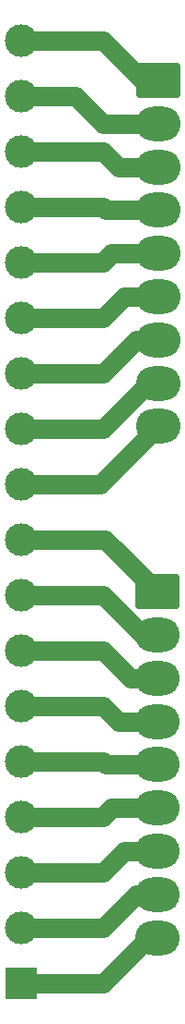
<source format=gtl>
G04 #@! TF.GenerationSoftware,KiCad,Pcbnew,7.0.10*
G04 #@! TF.CreationDate,2024-02-17T13:29:22+01:00*
G04 #@! TF.ProjectId,System_11a_output_adapter,53797374-656d-45f3-9131-615f6f757470,rev?*
G04 #@! TF.SameCoordinates,Original*
G04 #@! TF.FileFunction,Copper,L1,Top*
G04 #@! TF.FilePolarity,Positive*
%FSLAX46Y46*%
G04 Gerber Fmt 4.6, Leading zero omitted, Abs format (unit mm)*
G04 Created by KiCad (PCBNEW 7.0.10) date 2024-02-17 13:29:22*
%MOMM*%
%LPD*%
G01*
G04 APERTURE LIST*
G04 Aperture macros list*
%AMRoundRect*
0 Rectangle with rounded corners*
0 $1 Rounding radius*
0 $2 $3 $4 $5 $6 $7 $8 $9 X,Y pos of 4 corners*
0 Add a 4 corners polygon primitive as box body*
4,1,4,$2,$3,$4,$5,$6,$7,$8,$9,$2,$3,0*
0 Add four circle primitives for the rounded corners*
1,1,$1+$1,$2,$3*
1,1,$1+$1,$4,$5*
1,1,$1+$1,$6,$7*
1,1,$1+$1,$8,$9*
0 Add four rect primitives between the rounded corners*
20,1,$1+$1,$2,$3,$4,$5,0*
20,1,$1+$1,$4,$5,$6,$7,0*
20,1,$1+$1,$6,$7,$8,$9,0*
20,1,$1+$1,$8,$9,$2,$3,0*%
G04 Aperture macros list end*
G04 #@! TA.AperFunction,ComponentPad*
%ADD10RoundRect,0.250000X-1.800000X1.330000X-1.800000X-1.330000X1.800000X-1.330000X1.800000X1.330000X0*%
G04 #@! TD*
G04 #@! TA.AperFunction,ComponentPad*
%ADD11O,4.100000X3.160000*%
G04 #@! TD*
G04 #@! TA.AperFunction,ComponentPad*
%ADD12R,3.000000X3.000000*%
G04 #@! TD*
G04 #@! TA.AperFunction,ComponentPad*
%ADD13C,3.000000*%
G04 #@! TD*
G04 #@! TA.AperFunction,Conductor*
%ADD14C,1.750000*%
G04 #@! TD*
G04 APERTURE END LIST*
D10*
X40535000Y-73360000D03*
D11*
X40535000Y-77320000D03*
X40535000Y-81280000D03*
X40535000Y-85240000D03*
X40535000Y-89200000D03*
X40535000Y-93160000D03*
X40535000Y-97120000D03*
X40535000Y-101080000D03*
X40535000Y-105040000D03*
D10*
X40640000Y-26520000D03*
D11*
X40640000Y-30480000D03*
X40640000Y-34440000D03*
X40640000Y-38400000D03*
X40640000Y-42360000D03*
X40640000Y-46320000D03*
X40640000Y-50280000D03*
X40640000Y-54240000D03*
X40640000Y-58200000D03*
D12*
X28000000Y-109220000D03*
D13*
X28000000Y-104140000D03*
X28000000Y-99060000D03*
X28000000Y-93980000D03*
X28000000Y-88900000D03*
X28000000Y-83820000D03*
X28000000Y-78740000D03*
X28000000Y-73660000D03*
X28000000Y-68580000D03*
X28000000Y-63500000D03*
X28000000Y-58420000D03*
X28000000Y-53340000D03*
X28000000Y-48260000D03*
X28000000Y-43180000D03*
X28000000Y-38100000D03*
X28000000Y-33020000D03*
X28000000Y-27940000D03*
X28000000Y-22860000D03*
D14*
X27940000Y-109220000D02*
X35560000Y-109220000D01*
X39740000Y-105040000D02*
X40535000Y-105040000D01*
X35560000Y-109220000D02*
X39740000Y-105040000D01*
X35560000Y-104140000D02*
X38620000Y-101080000D01*
X27940000Y-104140000D02*
X35560000Y-104140000D01*
X38620000Y-101080000D02*
X40535000Y-101080000D01*
X37500000Y-97120000D02*
X40535000Y-97120000D01*
X27940000Y-99060000D02*
X35560000Y-99060000D01*
X35560000Y-99060000D02*
X37500000Y-97120000D01*
X27940000Y-93980000D02*
X35560000Y-93980000D01*
X35560000Y-93980000D02*
X36380000Y-93160000D01*
X36380000Y-93160000D02*
X40535000Y-93160000D01*
X35860000Y-89200000D02*
X40535000Y-89200000D01*
X27940000Y-88900000D02*
X35560000Y-88900000D01*
X35560000Y-88900000D02*
X35860000Y-89200000D01*
X35560000Y-83820000D02*
X36980000Y-85240000D01*
X27940000Y-83820000D02*
X35560000Y-83820000D01*
X36980000Y-85240000D02*
X40535000Y-85240000D01*
X27940000Y-78740000D02*
X35560000Y-78740000D01*
X38100000Y-81280000D02*
X40535000Y-81280000D01*
X35560000Y-78740000D02*
X38100000Y-81280000D01*
X27940000Y-73660000D02*
X35560000Y-73660000D01*
X35560000Y-73660000D02*
X39220000Y-77320000D01*
X39220000Y-77320000D02*
X40535000Y-77320000D01*
X35755000Y-68580000D02*
X40535000Y-73360000D01*
X27940000Y-68580000D02*
X35755000Y-68580000D01*
X35340000Y-63500000D02*
X40640000Y-58200000D01*
X27940000Y-63500000D02*
X35340000Y-63500000D01*
X39740000Y-54240000D02*
X40640000Y-54240000D01*
X35560000Y-58420000D02*
X39740000Y-54240000D01*
X27940000Y-58420000D02*
X35560000Y-58420000D01*
X35560000Y-53340000D02*
X38620000Y-50280000D01*
X27940000Y-53340000D02*
X35560000Y-53340000D01*
X38620000Y-50280000D02*
X40640000Y-50280000D01*
X35560000Y-48260000D02*
X37500000Y-46320000D01*
X27940000Y-48260000D02*
X35560000Y-48260000D01*
X37500000Y-46320000D02*
X40640000Y-46320000D01*
X35560000Y-43180000D02*
X36380000Y-42360000D01*
X27940000Y-43180000D02*
X35560000Y-43180000D01*
X36380000Y-42360000D02*
X40640000Y-42360000D01*
X35860000Y-38400000D02*
X40640000Y-38400000D01*
X35560000Y-38100000D02*
X35860000Y-38400000D01*
X27940000Y-38100000D02*
X35560000Y-38100000D01*
X36980000Y-34440000D02*
X40640000Y-34440000D01*
X28000000Y-33020000D02*
X35560000Y-33020000D01*
X35560000Y-33020000D02*
X36980000Y-34440000D01*
X35560000Y-30480000D02*
X40640000Y-30480000D01*
X27940000Y-27940000D02*
X33020000Y-27940000D01*
X33020000Y-27940000D02*
X35560000Y-30480000D01*
X35560000Y-22860000D02*
X39220000Y-26520000D01*
X27940000Y-22860000D02*
X35560000Y-22860000D01*
X39220000Y-26520000D02*
X40640000Y-26520000D01*
M02*

</source>
